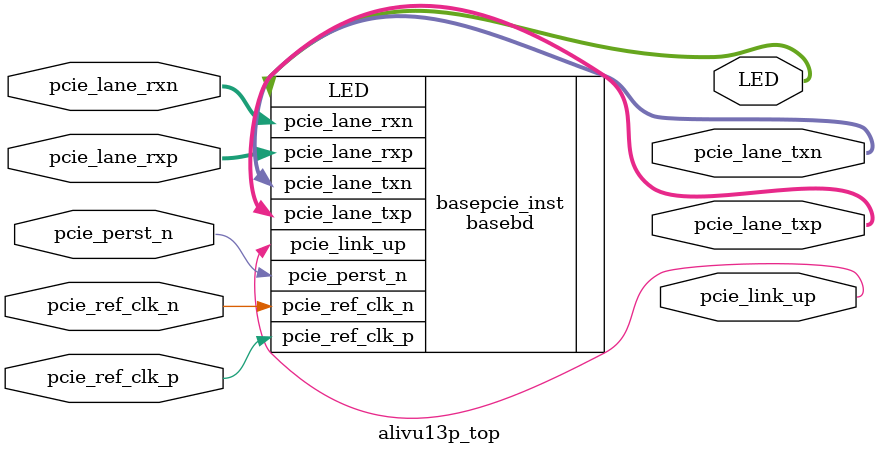
<source format=v>



module alivu13p_top(
	input  [   0:0] pcie_ref_clk_p      ,
	input  [   0:0] pcie_ref_clk_n      ,
	input  [  15:0] pcie_lane_rxp       ,
	input  [  15:0] pcie_lane_rxn       ,
	output [  15:0] pcie_lane_txp       ,
	output [  15:0] pcie_lane_txn       ,
	input           pcie_perst_n        ,
	output          pcie_link_up        ,
	output [   7:0] LED
);




basebd basepcie_inst (
	.LED            (LED            ),
    .pcie_lane_rxn  (pcie_lane_rxn  ),
    .pcie_lane_rxp  (pcie_lane_rxp  ),
    .pcie_lane_txn  (pcie_lane_txn  ),
    .pcie_lane_txp  (pcie_lane_txp  ),
    .pcie_link_up   (pcie_link_up   ),
    .pcie_perst_n   (pcie_perst_n   ),
    .pcie_ref_clk_n (pcie_ref_clk_n ),
    .pcie_ref_clk_p (pcie_ref_clk_p ) 
);
endmodule


</source>
